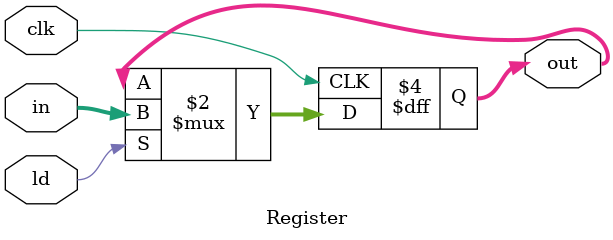
<source format=v>
module Memory(
    input clk,
    input [15:0] in,
    input [15:0] address,
    input ld,
    output [15:0] out
     );
    
    wire [15:0] outs [0:2];
    wire ld_sel [0:2];
    
    assign ld_sel[0] = ld && ((address[14:13] == 2'b00) || (address[14:13] == 2'b01)); // 0 - 16K
    assign ld_sel[1] = ld && (address[14:13] == 2'b10); // 16K - 24K
    assign ld_sel[2] = ld && (address == 15'b111111111111111); 
    
    wire read_sel0 = (address[14:13] == 2'b00) || (address[14:13] == 2'b01);
    wire read_sel1 = (address[14:13] == 2'b10);
    wire read_sel2 = (address == 15'b111111111111111);
    
    RAM16K data_mem(.clk(clk), .in(in), .address(address[13:0]), .ld(ld_sel[0]), .out(outs[0]));
    SCREEN SCR(.clk(clk), .in(in), .address(address[12:0]), .ld(ld_sel[1]), .out(outs[1]));
    Register KYBD(.clk(clk), .in(in), .ld(ld_sel[2]), .out(outs[2]));
    
    assign out = read_sel0 ? outs[0] :
                 read_sel1 ? outs[1] :
                 read_sel2 ? outs[2] : 16'bz;
    
endmodule

module SCREEN(
    input clk,
    input [15:0] in,
    input [12:0] address,
    input ld,
    output [15:0] out
    );
    
    wire [15:0] outs [0:2];
    wire ld_sel [0:2];
    assign ld_sel[0] = ld & (address[12] == 1'b0);
    assign ld_sel[1] = ld & (address[12] == 1'b1);
    RAM4K R4K0(.clk(clk), .in(in), .address(address[11:0]), .ld(ld_sel[0]), .out(outs[0]));
    RAM4K R4K1(.clk(clk), .in(in), .address(address[11:0]), .ld(ld_sel[1]), .out(outs[1]));
    assign out = outs[address[12]];
endmodule

module RAM16K(
    input clk,
    input [15:0] in,
    input [13:0] address,
    input ld,
    output [15:0] out
    );
    
    wire [15:0] outs [0:3];
    wire ld_sel [0:3];
    
    assign ld_sel[0] = ld && (address[13:12] == 2'b00);
    assign ld_sel[1] = ld && (address[13:12] == 2'b01);
    assign ld_sel[2] = ld && (address[13:12] == 2'b10);
    assign ld_sel[3] = ld && (address[13:12] == 2'b11);
    
    RAM4K R4K0(.clk(clk), .in(in), .address(address[11:0]), .ld(ld_sel[0]), .out(outs[0]));
    RAM4K R4K1(.clk(clk), .in(in), .address(address[11:0]), .ld(ld_sel[1]), .out(outs[1]));
    RAM4K R4K2(.clk(clk), .in(in), .address(address[11:0]), .ld(ld_sel[2]), .out(outs[2]));
    RAM4K R4K3(.clk(clk), .in(in), .address(address[11:0]), .ld(ld_sel[3]), .out(outs[3]));
    
    assign out = outs[address[13:12]];
    
endmodule

module RAM4K(
    input clk,
    input [15:0] in,
    input [11:0] address,
    input ld,
    output [15:0] out);
    
    wire [15:0] outs [0:7];
    wire ld_sel [0:7];
    
    assign ld_sel[0] = ld && (address[11:9] == 3'b000);
    assign ld_sel[1] = ld && (address[11:9] == 3'b001);
    assign ld_sel[2] = ld && (address[11:9] == 3'b010);
    assign ld_sel[3] = ld && (address[11:9] == 3'b011);
    assign ld_sel[4] = ld && (address[11:9] == 3'b100);
    assign ld_sel[5] = ld && (address[11:9] == 3'b101);
    assign ld_sel[6] = ld && (address[11:9] == 3'b110);
    assign ld_sel[7] = ld && (address[11:9] == 3'b111);
    
    RAM512 R5120(.clk(clk), .in(in), .address(address[8:0]), .ld(ld_sel[0]), .out(outs[0]));
    RAM512 R5121(.clk(clk), .in(in), .address(address[8:0]), .ld(ld_sel[1]), .out(outs[1]));
    RAM512 R5122(.clk(clk), .in(in), .address(address[8:0]), .ld(ld_sel[2]), .out(outs[2]));
    RAM512 R5123(.clk(clk), .in(in), .address(address[8:0]), .ld(ld_sel[3]), .out(outs[3]));
    RAM512 R5124(.clk(clk), .in(in), .address(address[8:0]), .ld(ld_sel[4]), .out(outs[4]));
    RAM512 R5125(.clk(clk), .in(in), .address(address[8:0]), .ld(ld_sel[5]), .out(outs[5]));
    RAM512 R5126(.clk(clk), .in(in), .address(address[8:0]), .ld(ld_sel[6]), .out(outs[6]));
    RAM512 R5127(.clk(clk), .in(in), .address(address[8:0]), .ld(ld_sel[7]), .out(outs[7]));
    
    assign out = outs[address[11:9]];
endmodule

module RAM512(
    input clk,
    input [15:0] in,
    input [8:0] address,
    input ld,
    output [15:0] out);
    
    wire [15:0] outs [0:7];
    wire ld_sel [0:7];
    
    assign ld_sel[0] = ld && (address[8:6] == 3'b000);
    assign ld_sel[1] = ld && (address[8:6] == 3'b001);
    assign ld_sel[2] = ld && (address[8:6] == 3'b010);
    assign ld_sel[3] = ld && (address[8:6] == 3'b011);
    assign ld_sel[4] = ld && (address[8:6] == 3'b100);
    assign ld_sel[5] = ld && (address[8:6] == 3'b101);
    assign ld_sel[6] = ld && (address[8:6] == 3'b110);
    assign ld_sel[7] = ld && (address[8:6] == 3'b111);
    
    RAM64 R640(.clk(clk), .in(in), .address(address[5:0]), .ld(ld_sel[0]), .out(outs[0]));
    RAM64 R641(.clk(clk), .in(in), .address(address[5:0]), .ld(ld_sel[1]), .out(outs[1]));
    RAM64 R642(.clk(clk), .in(in), .address(address[5:0]), .ld(ld_sel[2]), .out(outs[2]));
    RAM64 R643(.clk(clk), .in(in), .address(address[5:0]), .ld(ld_sel[3]), .out(outs[3]));
    RAM64 R644(.clk(clk), .in(in), .address(address[5:0]), .ld(ld_sel[4]), .out(outs[4]));
    RAM64 R645(.clk(clk), .in(in), .address(address[5:0]), .ld(ld_sel[5]), .out(outs[5]));
    RAM64 R646(.clk(clk), .in(in), .address(address[5:0]), .ld(ld_sel[6]), .out(outs[6]));
    RAM64 R647(.clk(clk), .in(in), .address(address[5:0]), .ld(ld_sel[7]), .out(outs[7]));
    
    assign out = outs[address[8:6]];
endmodule

module RAM64(
    input clk,
    input [15:0] in,
    input [5:0] address,
    input ld,
    output [15:0] out);
    
    wire [15:0] outs [0:7];
    wire ld_sel [0:7];
    
//    assign ld_sel[0] = ld & (address[5:3] == 3'b000);
//    assign ld_sel[1] = ld & (address[5:3] == 3'b001);
//    assign ld_sel[2] = ld & (address[5:3] == 3'b010);
//    assign ld_sel[3] = ld & (address[5:3] == 3'b011);
//    assign ld_sel[4] = ld & (address[5:3] == 3'b100);
//    assign ld_sel[5] = ld & (address[5:3] == 3'b101);
//    assign ld_sel[6] = ld & (address[5:3] == 3'b110);
//    assign ld_sel[7] = ld & (address[5:3] == 3'b111);
    
    genvar i;
    generate
      for (i = 0; i < 8; i = i + 1) begin : RAM_BANKS
        assign ld_sel[i] = ld && (address[5:3] == i);
      end
    endgenerate
    
    RAM8 R80(.clk(clk), .in(in), .address(address[2:0]), .ld(ld_sel[0]), .out(outs[0]));
    RAM8 R81(.clk(clk), .in(in), .address(address[2:0]), .ld(ld_sel[1]), .out(outs[1]));
    RAM8 R82(.clk(clk), .in(in), .address(address[2:0]), .ld(ld_sel[2]), .out(outs[2]));
    RAM8 R83(.clk(clk), .in(in), .address(address[2:0]), .ld(ld_sel[3]), .out(outs[3]));
    RAM8 R84(.clk(clk), .in(in), .address(address[2:0]), .ld(ld_sel[4]), .out(outs[4]));
    RAM8 R85(.clk(clk), .in(in), .address(address[2:0]), .ld(ld_sel[5]), .out(outs[5]));
    RAM8 R86(.clk(clk), .in(in), .address(address[2:0]), .ld(ld_sel[6]), .out(outs[6]));
    RAM8 R87(.clk(clk), .in(in), .address(address[2:0]), .ld(ld_sel[7]), .out(outs[7]));
    
    assign out = outs[address[5:3]];
endmodule

module RAM8(
    input clk,
    input [15:0] in,
    input [2:0] address,
    input ld,    
    output [15:0] out);
    
    wire [15:0] outs [0:7];
    wire ld_sel [0:7];
    
    assign ld_sel[0] = ld && (address == 3'b000);
    assign ld_sel[1] = ld && (address == 3'b001);
    assign ld_sel[2] = ld && (address == 3'b010);
    assign ld_sel[3] = ld && (address == 3'b011);
    assign ld_sel[4] = ld && (address == 3'b100);
    assign ld_sel[5] = ld && (address == 3'b101);
    assign ld_sel[6] = ld && (address == 3'b110);
    assign ld_sel[7] = ld && (address == 3'b111);
    
    Register R0(.clk(clk), .in(in), .ld(ld_sel[0]), .out(outs[0]));
    Register R1(.clk(clk), .in(in), .ld(ld_sel[1]), .out(outs[1]));
    Register R2(.clk(clk), .in(in), .ld(ld_sel[2]), .out(outs[2]));
    Register R3(.clk(clk), .in(in), .ld(ld_sel[3]), .out(outs[3]));
    Register R4(.clk(clk), .in(in), .ld(ld_sel[4]), .out(outs[4]));
    Register R5(.clk(clk), .in(in), .ld(ld_sel[5]), .out(outs[5]));
    Register R6(.clk(clk), .in(in), .ld(ld_sel[6]), .out(outs[6]));
    Register R7(.clk(clk), .in(in), .ld(ld_sel[7]), .out(outs[7]));
    
    assign out = outs[address];
    
endmodule

module Register(
    input clk, 
    input [15:0] in, 
    input ld,
    output reg [15:0] out
    );       
    always @(posedge clk) begin
        if(ld) out <= in;
    end   
endmodule

</source>
